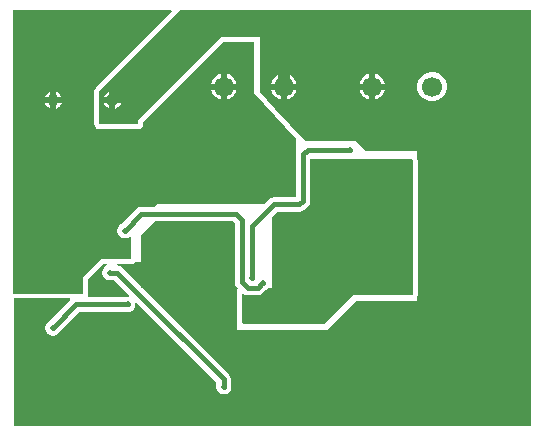
<source format=gbl>
G04*
G04 #@! TF.GenerationSoftware,Altium Limited,Altium Designer,21.6.1 (37)*
G04*
G04 Layer_Physical_Order=2*
G04 Layer_Color=16711680*
%FSLAX44Y44*%
%MOMM*%
G71*
G04*
G04 #@! TF.SameCoordinates,468A8F93-C8C4-43A0-AE5F-35C49DAE4A20*
G04*
G04*
G04 #@! TF.FilePolarity,Positive*
G04*
G01*
G75*
%ADD47C,0.4000*%
%ADD48C,1.0000*%
%ADD49C,1.7000*%
%ADD50C,0.9000*%
%ADD51C,0.5000*%
%ADD52C,1.0000*%
G36*
X405809Y680817D02*
X341286Y616294D01*
X340402Y614971D01*
X340092Y613410D01*
X340092Y613410D01*
X340092Y585470D01*
X340402Y583909D01*
X341286Y582586D01*
X342609Y581702D01*
X344170Y581392D01*
X377190D01*
X378751Y581702D01*
X380074Y582586D01*
X380958Y583909D01*
X381268Y585470D01*
Y587591D01*
X448729Y655052D01*
X475615D01*
Y611445D01*
X510540Y572901D01*
Y523558D01*
X492040D01*
X489699Y523092D01*
X487715Y521766D01*
X484109Y518160D01*
X393065D01*
X390293Y515387D01*
X379730D01*
X377389Y514922D01*
X375404Y513596D01*
X363049Y501240D01*
X361769Y500501D01*
X360559Y499291D01*
X359703Y497809D01*
X359260Y496156D01*
Y494444D01*
X359703Y492791D01*
X360559Y491309D01*
X361769Y490099D01*
X363251Y489243D01*
X364904Y488800D01*
X366616D01*
X368269Y489243D01*
X369751Y490099D01*
X370205Y490553D01*
X371475Y490027D01*
Y471170D01*
X346075D01*
X330835Y455930D01*
Y441960D01*
X271145D01*
Y444500D01*
Y681990D01*
X405323D01*
X405809Y680817D01*
D02*
G37*
G36*
X609600Y554990D02*
X609600Y440690D01*
X558800D01*
X534670Y416560D01*
X466090Y416560D01*
X464820Y417830D01*
Y441894D01*
X466090Y442293D01*
X467848Y441118D01*
X470189Y440653D01*
X478249D01*
X480591Y441118D01*
X482575Y442444D01*
X484856Y444725D01*
X485109Y444793D01*
X486591Y445649D01*
X487801Y446859D01*
X487906Y447040D01*
X490220D01*
Y506968D01*
X494574Y511323D01*
X513630D01*
X515971Y511788D01*
X517956Y513115D01*
X520998Y516156D01*
X522324Y518141D01*
X522790Y520482D01*
Y556260D01*
X608482D01*
X609600Y554990D01*
D02*
G37*
G36*
X350643Y465822D02*
X350551Y465797D01*
X349069Y464941D01*
X347859Y463731D01*
X347003Y462249D01*
X346560Y460596D01*
Y458884D01*
X347003Y457231D01*
X347859Y455749D01*
X349069Y454539D01*
X350551Y453683D01*
X352204Y453240D01*
X353916D01*
X355343Y453623D01*
X356611D01*
X369787Y440447D01*
X369129Y439308D01*
X368983Y439347D01*
X367272D01*
X365845Y438965D01*
X335172D01*
X334493Y440235D01*
X334603Y440399D01*
X334913Y441960D01*
Y454241D01*
X347764Y467092D01*
X350476D01*
X350643Y465822D01*
D02*
G37*
G36*
X709930Y330200D02*
X271780D01*
Y437882D01*
X319293D01*
X319819Y436612D01*
X301637Y418429D01*
X300809Y417951D01*
X299599Y416741D01*
X298743Y415259D01*
X298300Y413606D01*
Y411894D01*
X298743Y410241D01*
X299599Y408759D01*
X300809Y407549D01*
X302291Y406693D01*
X303944Y406250D01*
X305656D01*
X307309Y406693D01*
X308791Y407549D01*
X310001Y408759D01*
X310857Y410241D01*
X310896Y410385D01*
X327240Y426730D01*
X365845D01*
X367272Y426347D01*
X368983D01*
X370636Y426790D01*
X372119Y427646D01*
X373329Y428856D01*
X374185Y430338D01*
X374628Y431991D01*
Y433703D01*
X374589Y433849D01*
X375727Y434506D01*
X443462Y366771D01*
Y365503D01*
X443080Y364076D01*
Y362364D01*
X443523Y360711D01*
X444379Y359229D01*
X445589Y358019D01*
X447071Y357163D01*
X448724Y356720D01*
X450436D01*
X452089Y357163D01*
X453571Y358019D01*
X454781Y359229D01*
X455637Y360711D01*
X456080Y362364D01*
Y364076D01*
X455698Y365503D01*
Y369305D01*
X455232Y371646D01*
X453906Y373630D01*
X379856Y447680D01*
X379856Y447680D01*
X363470Y464066D01*
X361486Y465392D01*
X359325Y465822D01*
X359450Y467092D01*
X371475D01*
X373036Y467402D01*
X374359Y468286D01*
X374589Y468630D01*
X378460D01*
X379730Y469900D01*
Y491490D01*
X391393Y503153D01*
X457753D01*
X459053Y501853D01*
Y451789D01*
X459518Y449448D01*
X460844Y447463D01*
X461268Y447040D01*
X461010Y445770D01*
X461010D01*
Y443243D01*
X460931Y442848D01*
X460757Y442254D01*
X460777Y442073D01*
X460742Y441894D01*
Y417830D01*
X460742Y417830D01*
X461010Y416481D01*
Y411480D01*
X537210D01*
X561340Y435610D01*
X613410D01*
Y439341D01*
X613678Y440690D01*
X613678Y554990D01*
X613548Y555645D01*
X613460Y556307D01*
X613410Y556393D01*
Y562610D01*
X570230D01*
X561340Y571500D01*
X518160D01*
X492865Y598481D01*
X480060Y612613D01*
Y659130D01*
X447040D01*
X377190Y589280D01*
Y585470D01*
X344170D01*
X344170Y613410D01*
X412750Y681990D01*
X709930D01*
Y330200D01*
D02*
G37*
%LPC*%
G36*
X452080Y627980D02*
Y619720D01*
X460340D01*
X459868Y621481D01*
X458414Y623999D01*
X456359Y626054D01*
X453841Y627508D01*
X452080Y627980D01*
D02*
G37*
G36*
X447080D02*
X445319Y627508D01*
X442801Y626054D01*
X440746Y623999D01*
X439292Y621481D01*
X438820Y619720D01*
X447080D01*
Y627980D01*
D02*
G37*
G36*
X307700Y612926D02*
Y608290D01*
X312336D01*
X312226Y608700D01*
X311234Y610420D01*
X309830Y611824D01*
X308110Y612816D01*
X307700Y612926D01*
D02*
G37*
G36*
X302700D02*
X302290Y612816D01*
X300570Y611824D01*
X299167Y610420D01*
X298174Y608700D01*
X298064Y608290D01*
X302700D01*
Y612926D01*
D02*
G37*
G36*
X460340Y614720D02*
X452080D01*
Y606460D01*
X453841Y606932D01*
X456359Y608386D01*
X458414Y610441D01*
X459868Y612959D01*
X460340Y614720D01*
D02*
G37*
G36*
X447080D02*
X438820D01*
X439292Y612959D01*
X440746Y610441D01*
X442801Y608386D01*
X445319Y606932D01*
X447080Y606460D01*
Y614720D01*
D02*
G37*
G36*
X312336Y603290D02*
X307700D01*
Y598654D01*
X308110Y598764D01*
X309830Y599757D01*
X311234Y601160D01*
X312226Y602880D01*
X312336Y603290D01*
D02*
G37*
G36*
X302700D02*
X298064D01*
X298174Y602880D01*
X299167Y601160D01*
X300570Y599757D01*
X302290Y598764D01*
X302700Y598654D01*
Y603290D01*
D02*
G37*
G36*
X577810Y627980D02*
Y619720D01*
X586070D01*
X585598Y621481D01*
X584144Y623999D01*
X582089Y626054D01*
X579571Y627508D01*
X577810Y627980D01*
D02*
G37*
G36*
X572810D02*
X571049Y627508D01*
X568531Y626054D01*
X566476Y623999D01*
X565022Y621481D01*
X564550Y619720D01*
X572810D01*
Y627980D01*
D02*
G37*
G36*
X502880D02*
Y619720D01*
X511140D01*
X510668Y621481D01*
X509214Y623999D01*
X507159Y626054D01*
X504641Y627508D01*
X502880Y627980D01*
D02*
G37*
G36*
X497880D02*
X496119Y627508D01*
X493601Y626054D01*
X491546Y623999D01*
X490092Y621481D01*
X489620Y619720D01*
X497880D01*
Y627980D01*
D02*
G37*
G36*
X357700Y612926D02*
Y608290D01*
X362336D01*
X362226Y608700D01*
X361233Y610420D01*
X359830Y611824D01*
X358110Y612816D01*
X357700Y612926D01*
D02*
G37*
G36*
X352700D02*
X352290Y612816D01*
X350570Y611824D01*
X349166Y610420D01*
X348174Y608700D01*
X348064Y608290D01*
X352700D01*
Y612926D01*
D02*
G37*
G36*
X586070Y614720D02*
X577810D01*
Y606460D01*
X579571Y606932D01*
X582089Y608386D01*
X584144Y610441D01*
X585598Y612959D01*
X586070Y614720D01*
D02*
G37*
G36*
X572810D02*
X564550D01*
X565022Y612959D01*
X566476Y610441D01*
X568531Y608386D01*
X571049Y606932D01*
X572810Y606460D01*
Y614720D01*
D02*
G37*
G36*
X511140D02*
X502880D01*
Y606460D01*
X504641Y606932D01*
X507159Y608386D01*
X509214Y610441D01*
X510668Y612959D01*
X511140Y614720D01*
D02*
G37*
G36*
X497880D02*
X489620D01*
X490092Y612959D01*
X491546Y610441D01*
X493601Y608386D01*
X496119Y606932D01*
X497880Y606460D01*
Y614720D01*
D02*
G37*
G36*
X627756Y629720D02*
X624464D01*
X621285Y628868D01*
X618435Y627223D01*
X616107Y624895D01*
X614462Y622045D01*
X613610Y618866D01*
Y615574D01*
X614462Y612395D01*
X616107Y609545D01*
X618435Y607217D01*
X621285Y605572D01*
X624464Y604720D01*
X627756D01*
X630935Y605572D01*
X633785Y607217D01*
X636113Y609545D01*
X637758Y612395D01*
X638610Y615574D01*
Y618866D01*
X637758Y622045D01*
X636113Y624895D01*
X633785Y627223D01*
X630935Y628868D01*
X627756Y629720D01*
D02*
G37*
G36*
X362336Y603290D02*
X357700D01*
Y598654D01*
X358110Y598764D01*
X359830Y599757D01*
X361233Y601160D01*
X362226Y602880D01*
X362336Y603290D01*
D02*
G37*
G36*
X352700D02*
X348064D01*
X348174Y602880D01*
X349166Y601160D01*
X350570Y599757D01*
X352290Y598764D01*
X352700Y598654D01*
Y603290D01*
D02*
G37*
%LPD*%
D47*
X375531Y443354D02*
X449580Y369305D01*
Y363220D02*
Y369305D01*
X460287Y509270D02*
X465170Y504387D01*
X379730Y509270D02*
X460287D01*
X478249Y446770D02*
X482329Y450850D01*
X482600D01*
X470189Y446770D02*
X478249D01*
X465170Y451789D02*
Y504387D01*
Y451789D02*
X470189Y446770D01*
X473710Y455270D02*
Y499110D01*
X353060Y459740D02*
X359145D01*
X375531Y443354D02*
X375531D01*
X359145Y459740D02*
X375531Y443354D01*
X473710Y499110D02*
X492040Y517440D01*
X516672Y520482D02*
Y559852D01*
X513630Y517440D02*
X516672Y520482D01*
X492040Y517440D02*
X513630D01*
X516672Y559852D02*
X520700Y563880D01*
X556260D01*
X324706Y432847D02*
X368128D01*
X304800Y412941D02*
X324706Y432847D01*
X365760Y495300D02*
X379730Y509270D01*
D48*
X355200Y605790D02*
D03*
X305200D02*
D03*
D49*
X626110Y617220D02*
D03*
X575310D02*
D03*
X500380D02*
D03*
X449580D02*
D03*
D50*
X355256Y594360D02*
D03*
X369570D02*
D03*
Y605846D02*
D03*
D51*
X482600Y450850D02*
D03*
X473710Y455270D02*
D03*
X508000Y526463D02*
D03*
Y563880D02*
D03*
X497417Y526463D02*
D03*
Y538935D02*
D03*
X486833D02*
D03*
X476250D02*
D03*
X508000D02*
D03*
X497417Y551408D02*
D03*
X486833D02*
D03*
X476250D02*
D03*
X508000D02*
D03*
X486833Y563880D02*
D03*
X497417D02*
D03*
X476250D02*
D03*
Y526463D02*
D03*
X486833D02*
D03*
X353060Y459740D02*
D03*
X402590Y451485D02*
D03*
Y473075D02*
D03*
Y462280D02*
D03*
X414020Y473075D02*
D03*
Y451485D02*
D03*
Y462280D02*
D03*
X391160Y451485D02*
D03*
Y473075D02*
D03*
Y462280D02*
D03*
X516890Y476250D02*
D03*
Y506730D02*
D03*
Y496570D02*
D03*
Y486410D02*
D03*
X527050Y476250D02*
D03*
Y506730D02*
D03*
Y486410D02*
D03*
Y496570D02*
D03*
X496570Y506730D02*
D03*
Y486410D02*
D03*
Y476250D02*
D03*
Y496570D02*
D03*
X368128Y432847D02*
D03*
X449580Y363220D02*
D03*
X506730Y476250D02*
D03*
Y496570D02*
D03*
Y486410D02*
D03*
Y506730D02*
D03*
X304800Y412750D02*
D03*
X556260Y563880D02*
D03*
X365760Y495300D02*
D03*
D52*
X417430Y668020D02*
X494522D01*
X500380Y617220D02*
Y662162D01*
X494522Y668020D02*
X500380Y662162D01*
X355200Y605790D02*
X417430Y668020D01*
M02*

</source>
